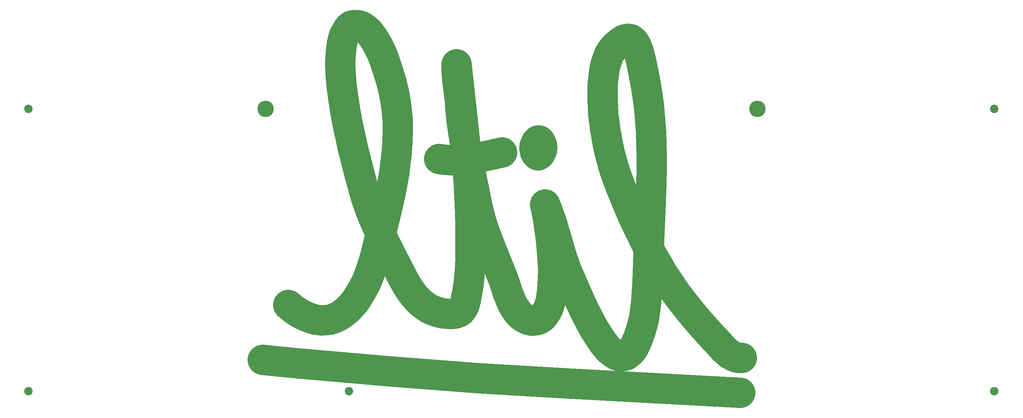
<source format=gbs>
%TF.GenerationSoftware,KiCad,Pcbnew,(6.0.0-0)*%
%TF.CreationDate,2022-04-10T14:45:36+02:00*%
%TF.ProjectId,litl_base_plate,6c69746c-5f62-4617-9365-5f706c617465,rev?*%
%TF.SameCoordinates,Original*%
%TF.FileFunction,Soldermask,Bot*%
%TF.FilePolarity,Negative*%
%FSLAX46Y46*%
G04 Gerber Fmt 4.6, Leading zero omitted, Abs format (unit mm)*
G04 Created by KiCad (PCBNEW (6.0.0-0)) date 2022-04-10 14:45:36*
%MOMM*%
%LPD*%
G01*
G04 APERTURE LIST*
%ADD10C,7.937499*%
%ADD11C,3.439614*%
%ADD12C,2.200000*%
%ADD13C,4.300000*%
G04 APERTURE END LIST*
D10*
X136027375Y-35015771D02*
X136027193Y-34372756D01*
X181104425Y-27026085D02*
X181326340Y-27052324D01*
X151976950Y-98561660D02*
X151677112Y-98155215D01*
X139697849Y-82352744D02*
X139649906Y-84621616D01*
X171990087Y-102949662D02*
X170795896Y-100750448D01*
X93159888Y-97760838D02*
X91915076Y-96769378D01*
X133990660Y-99116241D02*
X133459031Y-99078612D01*
D11*
X154170370Y-55456093D02*
X154182105Y-55240742D01*
X154182105Y-55240742D02*
X154202026Y-55028510D01*
X154202026Y-55028510D02*
X154265571Y-54614424D01*
X154265571Y-54614424D02*
X154359308Y-54215884D01*
X154359308Y-54215884D02*
X154481535Y-53834936D01*
X154481535Y-53834936D02*
X154630554Y-53473630D01*
X154630554Y-53473630D02*
X154804664Y-53134014D01*
X154804664Y-53134014D02*
X155002166Y-52818135D01*
X155002166Y-52818135D02*
X155221360Y-52528042D01*
X155221360Y-52528042D02*
X155338560Y-52393306D01*
X155338560Y-52393306D02*
X155460546Y-52265784D01*
X155460546Y-52265784D02*
X155587105Y-52145733D01*
X155587105Y-52145733D02*
X155718025Y-52033408D01*
X155718025Y-52033408D02*
X155853092Y-51929066D01*
X155853092Y-51929066D02*
X155992096Y-51832963D01*
X155992096Y-51832963D02*
X156134823Y-51745355D01*
X156134823Y-51745355D02*
X156281061Y-51666497D01*
X156281061Y-51666497D02*
X156430597Y-51596646D01*
X156430597Y-51596646D02*
X156583219Y-51536058D01*
X156583219Y-51536058D02*
X156738714Y-51484989D01*
X156738714Y-51484989D02*
X156896870Y-51443694D01*
X156896870Y-51443694D02*
X157057475Y-51412431D01*
X157057475Y-51412431D02*
X157220316Y-51391454D01*
X157220316Y-51391454D02*
X157385180Y-51381020D01*
X157385180Y-51381020D02*
X157551855Y-51381386D01*
X157551855Y-51381386D02*
X157718149Y-51392649D01*
X157718149Y-51392649D02*
X157881882Y-51414558D01*
X157881882Y-51414558D02*
X158042862Y-51446844D01*
X158042862Y-51446844D02*
X158200893Y-51489235D01*
X158200893Y-51489235D02*
X158355782Y-51541462D01*
X158355782Y-51541462D02*
X158507335Y-51603254D01*
X158507335Y-51603254D02*
X158655358Y-51674341D01*
X158655358Y-51674341D02*
X158799656Y-51754453D01*
X158799656Y-51754453D02*
X158940036Y-51843320D01*
X158940036Y-51843320D02*
X159076303Y-51940671D01*
X159076303Y-51940671D02*
X159208263Y-52046236D01*
X159208263Y-52046236D02*
X159335723Y-52159746D01*
X159335723Y-52159746D02*
X159458488Y-52280929D01*
X159458488Y-52280929D02*
X159576363Y-52409516D01*
X159576363Y-52409516D02*
X159689156Y-52545237D01*
X159689156Y-52545237D02*
X159796671Y-52687820D01*
X159796671Y-52687820D02*
X159898715Y-52836997D01*
X159898715Y-52836997D02*
X159995094Y-52992496D01*
X159995094Y-52992496D02*
X160085614Y-53154048D01*
X160085614Y-53154048D02*
X160170079Y-53321382D01*
X160170079Y-53321382D02*
X160248298Y-53494228D01*
X160248298Y-53494228D02*
X160320074Y-53672316D01*
X160320074Y-53672316D02*
X160385215Y-53855376D01*
X160385215Y-53855376D02*
X160443526Y-54043137D01*
X160443526Y-54043137D02*
X160494812Y-54235329D01*
X160494812Y-54235329D02*
X160538881Y-54431683D01*
X160538881Y-54431683D02*
X160575538Y-54631927D01*
X160575538Y-54631927D02*
X160604588Y-54835792D01*
X160604588Y-54835792D02*
X160625838Y-55043007D01*
X160625838Y-55043007D02*
X160639093Y-55253302D01*
X160639093Y-55253302D02*
X160644160Y-55466407D01*
X160644160Y-55466407D02*
X160640845Y-55682052D01*
X160640845Y-55682052D02*
X160629110Y-55897403D01*
X160629110Y-55897403D02*
X160609189Y-56109635D01*
X160609189Y-56109635D02*
X160545644Y-56523721D01*
X160545644Y-56523721D02*
X160451907Y-56922262D01*
X160451907Y-56922262D02*
X160329680Y-57303210D01*
X160329680Y-57303210D02*
X160180661Y-57664517D01*
X160180661Y-57664517D02*
X160006551Y-58004134D01*
X160006551Y-58004134D02*
X159809049Y-58320013D01*
X159809049Y-58320013D02*
X159589856Y-58610106D01*
X159589856Y-58610106D02*
X159472655Y-58744843D01*
X159472655Y-58744843D02*
X159350669Y-58872365D01*
X159350669Y-58872365D02*
X159224110Y-58992417D01*
X159224110Y-58992417D02*
X159093191Y-59104742D01*
X159093191Y-59104742D02*
X158958123Y-59209084D01*
X158958123Y-59209084D02*
X158819119Y-59305187D01*
X158819119Y-59305187D02*
X158676392Y-59392796D01*
X158676392Y-59392796D02*
X158530154Y-59471654D01*
X158530154Y-59471654D02*
X158380618Y-59541505D01*
X158380618Y-59541505D02*
X158227996Y-59602094D01*
X158227996Y-59602094D02*
X158072501Y-59653163D01*
X158072501Y-59653163D02*
X157914345Y-59694458D01*
X157914345Y-59694458D02*
X157753740Y-59725722D01*
X157753740Y-59725722D02*
X157590899Y-59746698D01*
X157590899Y-59746698D02*
X157426035Y-59757132D01*
X157426035Y-59757132D02*
X157259360Y-59756767D01*
X157259360Y-59756767D02*
X157093065Y-59745504D01*
X157093065Y-59745504D02*
X156929331Y-59723595D01*
X156929331Y-59723595D02*
X156768350Y-59691310D01*
X156768350Y-59691310D02*
X156610318Y-59648920D01*
X156610318Y-59648920D02*
X156455429Y-59596693D01*
X156455429Y-59596693D02*
X156303875Y-59534901D01*
X156303875Y-59534901D02*
X156155853Y-59463814D01*
X156155853Y-59463814D02*
X156011555Y-59383702D01*
X156011555Y-59383702D02*
X155871175Y-59294835D01*
X155871175Y-59294835D02*
X155734908Y-59197483D01*
X155734908Y-59197483D02*
X155602949Y-59091917D01*
X155602949Y-59091917D02*
X155475490Y-58978407D01*
X155475490Y-58978407D02*
X155352725Y-58857224D01*
X155352725Y-58857224D02*
X155234850Y-58728636D01*
X155234850Y-58728636D02*
X155122059Y-58592915D01*
X155122059Y-58592915D02*
X155014544Y-58450331D01*
X155014544Y-58450331D02*
X154912500Y-58301154D01*
X154912500Y-58301154D02*
X154816122Y-58145655D01*
X154816122Y-58145655D02*
X154725604Y-57984102D01*
X154725604Y-57984102D02*
X154641138Y-57816768D01*
X154641138Y-57816768D02*
X154562921Y-57643921D01*
X154562921Y-57643921D02*
X154491145Y-57465832D01*
X154491145Y-57465832D02*
X154426004Y-57282772D01*
X154426004Y-57282772D02*
X154367694Y-57095010D01*
X154367694Y-57095010D02*
X154316407Y-56902817D01*
X154316407Y-56902817D02*
X154272338Y-56706464D01*
X154272338Y-56706464D02*
X154235682Y-56506219D01*
X154235682Y-56506219D02*
X154206631Y-56302354D01*
X154206631Y-56302354D02*
X154185380Y-56095138D01*
X154185380Y-56095138D02*
X154172124Y-55884843D01*
X154172124Y-55884843D02*
X154167056Y-55671738D01*
X154167056Y-55671738D02*
X154170370Y-55456093D01*
X154170370Y-55456093D02*
X154170370Y-55456093D01*
G36*
X157551855Y-51381386D02*
G01*
X157718149Y-51392649D01*
X157881882Y-51414558D01*
X158042862Y-51446844D01*
X158200893Y-51489235D01*
X158355782Y-51541462D01*
X158507335Y-51603254D01*
X158655358Y-51674341D01*
X158799656Y-51754453D01*
X158940036Y-51843320D01*
X159076303Y-51940671D01*
X159208263Y-52046236D01*
X159335723Y-52159746D01*
X159458488Y-52280929D01*
X159576363Y-52409516D01*
X159689156Y-52545237D01*
X159796671Y-52687820D01*
X159898715Y-52836997D01*
X159995094Y-52992496D01*
X160085614Y-53154048D01*
X160170079Y-53321382D01*
X160248298Y-53494228D01*
X160320074Y-53672316D01*
X160385215Y-53855376D01*
X160443526Y-54043137D01*
X160494812Y-54235329D01*
X160538881Y-54431683D01*
X160575538Y-54631927D01*
X160604588Y-54835792D01*
X160625838Y-55043007D01*
X160639093Y-55253302D01*
X160644160Y-55466407D01*
X160640845Y-55682052D01*
X160629110Y-55897403D01*
X160609189Y-56109635D01*
X160545644Y-56523721D01*
X160451907Y-56922262D01*
X160329680Y-57303210D01*
X160180661Y-57664517D01*
X160006551Y-58004134D01*
X159809049Y-58320013D01*
X159589856Y-58610106D01*
X159472655Y-58744843D01*
X159350669Y-58872365D01*
X159224110Y-58992417D01*
X159093191Y-59104742D01*
X158958123Y-59209084D01*
X158819119Y-59305187D01*
X158676392Y-59392796D01*
X158530154Y-59471654D01*
X158380618Y-59541505D01*
X158227996Y-59602094D01*
X158072501Y-59653163D01*
X157914345Y-59694458D01*
X157753740Y-59725722D01*
X157590899Y-59746698D01*
X157426035Y-59757132D01*
X157259360Y-59756767D01*
X157093065Y-59745504D01*
X156929331Y-59723595D01*
X156768350Y-59691310D01*
X156610318Y-59648920D01*
X156455429Y-59596693D01*
X156303875Y-59534901D01*
X156155853Y-59463814D01*
X156011555Y-59383702D01*
X155871175Y-59294835D01*
X155734908Y-59197483D01*
X155602949Y-59091917D01*
X155475490Y-58978407D01*
X155352725Y-58857224D01*
X155234850Y-58728636D01*
X155122059Y-58592915D01*
X155014544Y-58450331D01*
X154912500Y-58301154D01*
X154816122Y-58145655D01*
X154725604Y-57984102D01*
X154641138Y-57816768D01*
X154562921Y-57643921D01*
X154491145Y-57465832D01*
X154426004Y-57282772D01*
X154367694Y-57095010D01*
X154316407Y-56902817D01*
X154272338Y-56706464D01*
X154235682Y-56506219D01*
X154206631Y-56302354D01*
X154185380Y-56095138D01*
X154172124Y-55884843D01*
X154167056Y-55671738D01*
X154170370Y-55456093D01*
X154182105Y-55240742D01*
X154202026Y-55028510D01*
X154265571Y-54614424D01*
X154359308Y-54215884D01*
X154481535Y-53834936D01*
X154630554Y-53473630D01*
X154804664Y-53134014D01*
X155002166Y-52818135D01*
X155221360Y-52528042D01*
X155338560Y-52393306D01*
X155460546Y-52265784D01*
X155587105Y-52145733D01*
X155718025Y-52033408D01*
X155853092Y-51929066D01*
X155992096Y-51832963D01*
X156134823Y-51745355D01*
X156281061Y-51666497D01*
X156430597Y-51596646D01*
X156583219Y-51536058D01*
X156738714Y-51484989D01*
X156896870Y-51443694D01*
X157057475Y-51412431D01*
X157220316Y-51391454D01*
X157385180Y-51381020D01*
X157551855Y-51381386D01*
G37*
X157551855Y-51381386D02*
X157718149Y-51392649D01*
X157881882Y-51414558D01*
X158042862Y-51446844D01*
X158200893Y-51489235D01*
X158355782Y-51541462D01*
X158507335Y-51603254D01*
X158655358Y-51674341D01*
X158799656Y-51754453D01*
X158940036Y-51843320D01*
X159076303Y-51940671D01*
X159208263Y-52046236D01*
X159335723Y-52159746D01*
X159458488Y-52280929D01*
X159576363Y-52409516D01*
X159689156Y-52545237D01*
X159796671Y-52687820D01*
X159898715Y-52836997D01*
X159995094Y-52992496D01*
X160085614Y-53154048D01*
X160170079Y-53321382D01*
X160248298Y-53494228D01*
X160320074Y-53672316D01*
X160385215Y-53855376D01*
X160443526Y-54043137D01*
X160494812Y-54235329D01*
X160538881Y-54431683D01*
X160575538Y-54631927D01*
X160604588Y-54835792D01*
X160625838Y-55043007D01*
X160639093Y-55253302D01*
X160644160Y-55466407D01*
X160640845Y-55682052D01*
X160629110Y-55897403D01*
X160609189Y-56109635D01*
X160545644Y-56523721D01*
X160451907Y-56922262D01*
X160329680Y-57303210D01*
X160180661Y-57664517D01*
X160006551Y-58004134D01*
X159809049Y-58320013D01*
X159589856Y-58610106D01*
X159472655Y-58744843D01*
X159350669Y-58872365D01*
X159224110Y-58992417D01*
X159093191Y-59104742D01*
X158958123Y-59209084D01*
X158819119Y-59305187D01*
X158676392Y-59392796D01*
X158530154Y-59471654D01*
X158380618Y-59541505D01*
X158227996Y-59602094D01*
X158072501Y-59653163D01*
X157914345Y-59694458D01*
X157753740Y-59725722D01*
X157590899Y-59746698D01*
X157426035Y-59757132D01*
X157259360Y-59756767D01*
X157093065Y-59745504D01*
X156929331Y-59723595D01*
X156768350Y-59691310D01*
X156610318Y-59648920D01*
X156455429Y-59596693D01*
X156303875Y-59534901D01*
X156155853Y-59463814D01*
X156011555Y-59383702D01*
X155871175Y-59294835D01*
X155734908Y-59197483D01*
X155602949Y-59091917D01*
X155475490Y-58978407D01*
X155352725Y-58857224D01*
X155234850Y-58728636D01*
X155122059Y-58592915D01*
X155014544Y-58450331D01*
X154912500Y-58301154D01*
X154816122Y-58145655D01*
X154725604Y-57984102D01*
X154641138Y-57816768D01*
X154562921Y-57643921D01*
X154491145Y-57465832D01*
X154426004Y-57282772D01*
X154367694Y-57095010D01*
X154316407Y-56902817D01*
X154272338Y-56706464D01*
X154235682Y-56506219D01*
X154206631Y-56302354D01*
X154185380Y-56095138D01*
X154172124Y-55884843D01*
X154167056Y-55671738D01*
X154170370Y-55456093D01*
X154182105Y-55240742D01*
X154202026Y-55028510D01*
X154265571Y-54614424D01*
X154359308Y-54215884D01*
X154481535Y-53834936D01*
X154630554Y-53473630D01*
X154804664Y-53134014D01*
X155002166Y-52818135D01*
X155221360Y-52528042D01*
X155338560Y-52393306D01*
X155460546Y-52265784D01*
X155587105Y-52145733D01*
X155718025Y-52033408D01*
X155853092Y-51929066D01*
X155992096Y-51832963D01*
X156134823Y-51745355D01*
X156281061Y-51666497D01*
X156430597Y-51596646D01*
X156583219Y-51536058D01*
X156738714Y-51484989D01*
X156896870Y-51443694D01*
X157057475Y-51412431D01*
X157220316Y-51391454D01*
X157385180Y-51381020D01*
X157551855Y-51381386D01*
D10*
X106296107Y-42318350D02*
X105906589Y-39126817D01*
X160176700Y-72884218D02*
X159731388Y-71709144D01*
X107290991Y-24793409D02*
X107780241Y-24164794D01*
X186053757Y-41941274D02*
X186452517Y-45106363D01*
X100845922Y-100828916D02*
X99855856Y-100763461D01*
X108339346Y-23650970D02*
X108339346Y-23650970D01*
X210347601Y-119830169D02*
X164934058Y-117345180D01*
X160437363Y-96580523D02*
X160088087Y-97589602D01*
X112434157Y-69007192D02*
X111985571Y-67546669D01*
X174930137Y-34379122D02*
X175032753Y-33928688D01*
X121980742Y-89736213D02*
X121980742Y-89736213D01*
X150625197Y-96366423D02*
X150181839Y-95417393D01*
X135139458Y-99114955D02*
X134845953Y-99132007D01*
X159731388Y-71709144D02*
X159250479Y-70546508D01*
X115097045Y-28155635D02*
X115836682Y-29593779D01*
X137933316Y-97138124D02*
X137735888Y-97536688D01*
X209454919Y-110548230D02*
X209245975Y-110493568D01*
X198239737Y-99657610D02*
X196952528Y-98105757D01*
X183891815Y-104741275D02*
X183442389Y-105927643D01*
X106806448Y-45612398D02*
X106296107Y-42318350D01*
X131997527Y-58630398D02*
X131728792Y-58589224D01*
X177132040Y-60376088D02*
X176592226Y-58481315D01*
X108211700Y-97266429D02*
X107526883Y-97959239D01*
X138297825Y-54664096D02*
X138807695Y-59898359D01*
X177155006Y-29440394D02*
X177508663Y-29050391D01*
X142483049Y-74797051D02*
X142104351Y-73486509D01*
X142104351Y-73486509D02*
X141755839Y-72156849D01*
X175286200Y-33007887D02*
X175439924Y-32542722D01*
X187159521Y-57973777D02*
X187141253Y-61440798D01*
X128767279Y-97671320D02*
X128354812Y-97431061D01*
X128354812Y-97431061D02*
X127951611Y-97173355D01*
X181705156Y-108965319D02*
X181091835Y-109558908D01*
X108864148Y-96519390D02*
X108211700Y-97266429D01*
X179024649Y-65878196D02*
X178350742Y-64080019D01*
X113997003Y-73301458D02*
X113443048Y-71883405D01*
X138805075Y-93519745D02*
X138596816Y-94674127D01*
X146445758Y-57131603D02*
X144952129Y-57455355D01*
X161183293Y-84471992D02*
X161310824Y-87406888D01*
X119517470Y-40606270D02*
X119517470Y-40606270D01*
X137375712Y-98062804D02*
X137236063Y-98217680D01*
X104457735Y-100068091D02*
X103606430Y-100399685D01*
X159669884Y-98486881D02*
X159178489Y-99260216D01*
X138490502Y-95220625D02*
X138376025Y-95743011D01*
X180375590Y-27114594D02*
X180629480Y-27056626D01*
X105574610Y-33241508D02*
X105674443Y-30642838D01*
X175808606Y-31615869D02*
X176026456Y-31159382D01*
X182882469Y-107160919D02*
X182302713Y-108169733D01*
X105906589Y-39126817D02*
X105659041Y-36085352D01*
X138986098Y-92439796D02*
X138805075Y-93519745D01*
X136956961Y-44283172D02*
X136956961Y-44283172D01*
X112054086Y-24320749D02*
X112530989Y-24714622D01*
X182784935Y-28180074D02*
X182934108Y-28426863D01*
X138896852Y-58645814D02*
X138137104Y-58732084D01*
X138376025Y-95743011D02*
X138248355Y-96238548D01*
X150181839Y-95417393D02*
X149789083Y-94464832D01*
X177893820Y-28681488D02*
X177893820Y-28681488D01*
X177893820Y-28681488D02*
X178251862Y-28372832D01*
X181326340Y-27052324D02*
X181538455Y-27105445D01*
X156395621Y-100871185D02*
X155901365Y-100881504D01*
X190993956Y-89930220D02*
X189892823Y-88181910D01*
X133697018Y-58780277D02*
X133121840Y-58746143D01*
X153718227Y-100195177D02*
X153336298Y-99931914D01*
X106809388Y-98591814D02*
X106058904Y-99158151D01*
X138692067Y-56897016D02*
X138126962Y-53728022D01*
X175032753Y-33928688D02*
X175150958Y-33470743D01*
X178595382Y-28097591D02*
X178924810Y-27855171D01*
X178924810Y-27855171D02*
X179240575Y-27644977D01*
X174271236Y-43020506D02*
X174268149Y-41132431D01*
X182302713Y-108169733D02*
X181705156Y-108965319D01*
X116468808Y-78867559D02*
X115188059Y-76103368D01*
X114705197Y-27478709D02*
X115097045Y-28155635D01*
X174954640Y-50744957D02*
X174688110Y-48799002D01*
X204944556Y-107135193D02*
X202232426Y-104202148D01*
X112116413Y-91234566D02*
X111156437Y-93109019D01*
X158609632Y-99897460D02*
X157959047Y-100386467D01*
X111059283Y-23731763D02*
X111563473Y-23991471D01*
X125712366Y-95269819D02*
X125028239Y-94503088D01*
X186977753Y-51481407D02*
X187110103Y-54708614D01*
X141883242Y-115961652D02*
X118802557Y-114236877D01*
X108339346Y-23650970D02*
X108909421Y-23488173D01*
X174539443Y-106856112D02*
X173243365Y-105014837D01*
X137735888Y-97536688D02*
X137624996Y-97721966D01*
X137632739Y-50563193D02*
X137234403Y-47411814D01*
X139672629Y-75644500D02*
X139708334Y-80091735D01*
X183442389Y-105927643D02*
X182882469Y-107160919D01*
X209883848Y-110624988D02*
X209667513Y-110592206D01*
X195696974Y-96536089D02*
X194478964Y-94949020D01*
X148307593Y-90056877D02*
X144240679Y-79904320D01*
X185719324Y-95966783D02*
X185571627Y-97253156D01*
X156395621Y-100871185D02*
X156395621Y-100871185D01*
X130977743Y-98605227D02*
X130515029Y-98454638D01*
X188821895Y-86402385D02*
X187781136Y-84595529D01*
X139229244Y-65138347D02*
X139528785Y-70386311D01*
X139708334Y-80091735D02*
X139697849Y-82352744D01*
X114772963Y-83729118D02*
X114772963Y-83729118D01*
X182629396Y-27955415D02*
X182784935Y-28180074D01*
X154971737Y-100745306D02*
X154535528Y-100604957D01*
X134825980Y-58817161D02*
X134268227Y-58802877D01*
X174841664Y-34819444D02*
X174930137Y-34379122D01*
X97769024Y-100283726D02*
X96671638Y-99857438D01*
X160591968Y-74070178D02*
X160176700Y-72884218D01*
X105659041Y-36085352D02*
X105574610Y-33241508D01*
X139385952Y-89131750D02*
X139142091Y-91347414D01*
X109466586Y-23419831D02*
X110010706Y-23440966D01*
X181741200Y-27184853D02*
X181935004Y-27289954D01*
X160088087Y-97589602D02*
X159669884Y-98486881D01*
X107780241Y-24164794D02*
X108339346Y-23650970D01*
X138596816Y-94674127D02*
X138490502Y-95220625D01*
X160647346Y-78815325D02*
X160950753Y-81575748D01*
X180872281Y-27027321D02*
X181104425Y-27026085D01*
X184061054Y-31545795D02*
X184277670Y-32432228D01*
X185392779Y-98532731D02*
X185178794Y-99803013D01*
X143319200Y-77372035D02*
X142888983Y-76091287D01*
X179826043Y-110185024D02*
X179177643Y-110240018D01*
X136749542Y-98616027D02*
X136562748Y-98725575D01*
X177719042Y-62244152D02*
X177132040Y-60376088D01*
X192125333Y-91643431D02*
X190993956Y-89930220D01*
X137234403Y-47411814D02*
X136956961Y-44283172D01*
X139142091Y-91347414D02*
X138986098Y-92439796D01*
X159178489Y-99260216D02*
X158609632Y-99897460D01*
X180629480Y-27056626D02*
X180872281Y-27027321D01*
X185937201Y-93383633D02*
X185719324Y-95966783D01*
X139656852Y-58538467D02*
X138896852Y-58645814D01*
X130062887Y-98285791D02*
X129621055Y-98098847D01*
X181091835Y-109558908D02*
X180464786Y-109961732D01*
X105275123Y-99652244D02*
X104457735Y-100068091D01*
X153336298Y-99931914D02*
X152971624Y-99633847D01*
X161713054Y-77677868D02*
X160982747Y-75265475D01*
X157959047Y-100386467D02*
X157222465Y-100715091D01*
X210788397Y-110634048D02*
X210556198Y-110651106D01*
X152292368Y-98945636D02*
X151976950Y-98561660D01*
X112530989Y-24714622D02*
X112994049Y-25168112D01*
X134534689Y-99134475D02*
X133990660Y-99116241D01*
X120645833Y-51326518D02*
X120565544Y-54062536D01*
X186759537Y-48283532D02*
X186977753Y-51481407D01*
X165253459Y-88586153D02*
X164765500Y-87390564D01*
X131728792Y-58589224D02*
X131467367Y-58542350D01*
X174268149Y-41132431D02*
X174337148Y-39272553D01*
X132431927Y-98945819D02*
X131935931Y-98850980D01*
X196952528Y-98105757D02*
X195696974Y-96536089D01*
X110073174Y-94886638D02*
X109484536Y-95724124D01*
X141440467Y-70805253D02*
X141161185Y-69428909D01*
X117813850Y-81603486D02*
X116468808Y-78867559D01*
X126426244Y-95971307D02*
X125712366Y-95269819D01*
X175613577Y-32077849D02*
X175808606Y-31615869D01*
X174701361Y-35659347D02*
X174841664Y-34819444D01*
X120062728Y-59563797D02*
X119666664Y-62318206D01*
X183077345Y-28695187D02*
X183215075Y-28984454D01*
X134534689Y-99134475D02*
X134534689Y-99134475D01*
X159964484Y-74090620D02*
X160647346Y-78815325D01*
X136362596Y-98822936D02*
X136148457Y-98907768D01*
X176026456Y-31159382D02*
X176268575Y-30710991D01*
X98830327Y-100583732D02*
X97769024Y-100283726D01*
X178350742Y-64080019D02*
X177719042Y-62244152D01*
X154117831Y-100420553D02*
X153718227Y-100195177D01*
X210556198Y-110651106D02*
X210328100Y-110654944D01*
X106215945Y-27308559D02*
X106511487Y-26371236D01*
X176102089Y-56565326D02*
X175664119Y-54633609D01*
X161310824Y-87406888D02*
X161299209Y-90283266D01*
X177194858Y-109507525D02*
X176528186Y-109001645D01*
X114281377Y-85510556D02*
X113676407Y-87387300D01*
X110010706Y-23440966D02*
X110541650Y-23546603D01*
X174337148Y-39272553D02*
X174480722Y-37446362D01*
X138807695Y-59898359D02*
X139229244Y-65138347D01*
X132939540Y-99021751D02*
X132431927Y-98945819D01*
X99855856Y-100763461D02*
X98830327Y-100583732D01*
X161114307Y-93003957D02*
X160946205Y-94275555D01*
X133121840Y-58746143D02*
X132552180Y-58697256D01*
X117693528Y-34224240D02*
X118188237Y-35740357D01*
X137236063Y-98217680D02*
X137085571Y-98361737D01*
X112955578Y-89311315D02*
X112116413Y-91234566D01*
X118651383Y-67807498D02*
X117426771Y-73234638D01*
X119191806Y-65067913D02*
X118651383Y-67807498D01*
X184286185Y-103533132D02*
X183891815Y-104741275D01*
X200885574Y-102706218D02*
X199552716Y-101191234D01*
X179240575Y-27644977D02*
X179543106Y-27466417D01*
X164934058Y-117345180D02*
X141883242Y-115961652D01*
X165783575Y-89772461D02*
X165253459Y-88586153D01*
X111563473Y-23991471D02*
X112054086Y-24320749D01*
X206164906Y-108419966D02*
X205541423Y-107773932D01*
X179832833Y-27318896D02*
X180110185Y-27201819D01*
X185571627Y-97253156D02*
X185392779Y-98532731D01*
X110541650Y-23546603D02*
X111059283Y-23731763D01*
X204944556Y-107135193D02*
X204944556Y-107135193D01*
X149141975Y-92647804D02*
X148307593Y-90056877D01*
X120366765Y-56810101D02*
X120062728Y-59563797D01*
X164314146Y-86187244D02*
X163893842Y-84977745D01*
X160982747Y-75265475D02*
X160591968Y-74070178D01*
X102290940Y-112814777D02*
X93554578Y-112007249D01*
X135415831Y-99083664D02*
X135139458Y-99114955D01*
X163124169Y-82546414D02*
X162412051Y-80108985D01*
X175664119Y-54633609D02*
X175280806Y-52691656D01*
X180536679Y-69622816D02*
X179024649Y-65878196D01*
X101800833Y-100786102D02*
X100845922Y-100828916D01*
X174343918Y-44931286D02*
X174271236Y-43020506D01*
X137085571Y-98361737D02*
X136923607Y-98494634D01*
X109484536Y-95724124D02*
X108864148Y-96519390D01*
X108909421Y-23488173D02*
X109466586Y-23419831D01*
X125028239Y-94503088D02*
X124371774Y-93672411D01*
X136562748Y-98725575D02*
X136362596Y-98822936D01*
X151122504Y-97287254D02*
X150625197Y-96366423D01*
X141934584Y-58120731D02*
X140416727Y-58413119D01*
X183347727Y-29294068D02*
X183475732Y-29623436D01*
X135919702Y-98979728D02*
X135675703Y-99038474D01*
X187141253Y-61440798D02*
X187074697Y-64910413D01*
X181935004Y-27289954D02*
X182120297Y-27420155D01*
X108850946Y-55634097D02*
X107416467Y-48961408D01*
X181538455Y-27105445D02*
X181741200Y-27184853D01*
X183215075Y-28984454D02*
X183347727Y-29294068D01*
X186257559Y-85730682D02*
X186078284Y-90803252D01*
X178521622Y-110137944D02*
X177860015Y-109890035D01*
X184925690Y-101061504D02*
X184629482Y-102305710D01*
X127171963Y-96606251D02*
X126426244Y-95971307D01*
X210104013Y-110646069D02*
X209883848Y-110624988D01*
X187781136Y-84595529D02*
X185789976Y-80915357D01*
X118802557Y-114236877D02*
X102290940Y-112814777D01*
X177508663Y-29050391D02*
X177893820Y-28681488D01*
X127951611Y-97173355D02*
X127171963Y-96606251D01*
X178251862Y-28372832D02*
X178595382Y-28097591D01*
X111985571Y-67546669D02*
X110430373Y-61955993D01*
X208444896Y-110178175D02*
X208252848Y-110077674D01*
X144240679Y-79904320D02*
X143319200Y-77372035D01*
X115188059Y-76103368D02*
X113997003Y-73301458D01*
X136148457Y-98907768D02*
X135919702Y-98979728D01*
X155426876Y-100838516D02*
X154971737Y-100745306D01*
X136956961Y-44283172D02*
X136845671Y-42997111D01*
X157222465Y-100715091D02*
X156395621Y-100871185D01*
X183919045Y-77172467D02*
X182168045Y-73397930D01*
X111156437Y-93109019D02*
X110073174Y-94886638D01*
X112921041Y-70452376D02*
X112434157Y-69007192D01*
X141161185Y-69428909D02*
X141161185Y-69428909D01*
X207162679Y-109331784D02*
X206820785Y-109040879D01*
X208252848Y-110077674D02*
X207877988Y-109854234D01*
X187074697Y-64910413D02*
X186839312Y-71853720D01*
X117426771Y-73234638D02*
X114772963Y-83729118D01*
X136351136Y-39000303D02*
X136198096Y-37656780D01*
X193286990Y-93317659D02*
X192125333Y-91643431D01*
X199552716Y-101191234D02*
X198239737Y-99657610D01*
X113676407Y-87387300D02*
X112955578Y-89311315D01*
X144952129Y-57455355D02*
X141934584Y-58120731D01*
X173243365Y-105014837D02*
X171990087Y-102949662D01*
X119666664Y-62318206D02*
X119191806Y-65067913D01*
X132552180Y-58697256D02*
X131997527Y-58630398D01*
X147925253Y-56846634D02*
X146445758Y-57131603D01*
X179543106Y-27466417D02*
X179832833Y-27318896D01*
X182120297Y-27420155D02*
X182297507Y-27574862D01*
X206820785Y-109040879D02*
X206488435Y-108735589D01*
X113443048Y-71883405D02*
X112921041Y-70452376D01*
X185789976Y-80915357D02*
X183919045Y-77172467D01*
X148307593Y-90056877D02*
X148307593Y-90056877D01*
X103606430Y-100399685D02*
X102720899Y-100641024D01*
X174480722Y-37446362D02*
X174701361Y-35659347D01*
X164765500Y-87390564D02*
X164314146Y-86187244D01*
X208640142Y-110270521D02*
X208444896Y-110178175D01*
X209040591Y-110428724D02*
X208838677Y-110354207D01*
X137377988Y-58794200D02*
X136619882Y-58829083D01*
X182297507Y-27574862D02*
X182467064Y-27753479D01*
X182168045Y-73397930D02*
X180536679Y-69622816D01*
X105979686Y-28336896D02*
X106215945Y-27308559D01*
X174688110Y-48799002D02*
X174483706Y-46859281D01*
X160950753Y-81575748D02*
X161183293Y-84471992D01*
X110430373Y-61955993D02*
X108850946Y-55634097D01*
X123740880Y-92779087D02*
X123133470Y-91824413D01*
X111985571Y-67546669D02*
X111985571Y-67546669D01*
X114298841Y-26836518D02*
X114705197Y-27478709D01*
X121980742Y-89736213D02*
X119197787Y-84320601D01*
X185560320Y-38779639D02*
X186053757Y-41941274D01*
X154535528Y-100604957D02*
X154117831Y-100420553D01*
X95537859Y-99298863D02*
X94367379Y-98601998D01*
X186839312Y-71853720D02*
X186257559Y-85730682D01*
X176831403Y-29848895D02*
X177155006Y-29440394D01*
X177860015Y-109890035D02*
X177194858Y-109507525D01*
X152623787Y-99304060D02*
X152292368Y-98945636D01*
X141755839Y-72156849D02*
X141440467Y-70805253D01*
X106868954Y-25530871D02*
X107290991Y-24793409D01*
X136047008Y-35666992D02*
X136027375Y-35015771D01*
X133459031Y-99078612D02*
X132939540Y-99021751D01*
X175198443Y-107664706D02*
X174539443Y-106856112D01*
X130515029Y-98454638D02*
X130062887Y-98285791D01*
X138248355Y-96238548D02*
X138102462Y-96704498D01*
X202232426Y-104202148D02*
X200885574Y-102706218D01*
X205541423Y-107773932D02*
X204944556Y-107135193D01*
X135863165Y-58833656D02*
X134825980Y-58817161D01*
X165783575Y-89772461D02*
X165783575Y-89772461D01*
X136198096Y-37656780D02*
X136083640Y-36325108D01*
X139528785Y-70386311D02*
X139672629Y-75644500D01*
X159250479Y-70546508D02*
X159250479Y-70546508D01*
X183599517Y-29971964D02*
X183836148Y-30724123D01*
X112994049Y-25168112D02*
X113443134Y-25676242D01*
X174701361Y-35659347D02*
X174701361Y-35659347D01*
X120043452Y-43241924D02*
X120398019Y-45910795D01*
X175150958Y-33470743D02*
X175286200Y-33007887D01*
X182467064Y-27753479D02*
X182629396Y-27955415D01*
X136083640Y-36325108D02*
X136047008Y-35666992D01*
X138126962Y-53728022D02*
X137632739Y-50563193D01*
X124371774Y-93672411D02*
X123740880Y-92779087D01*
X180464786Y-109961732D02*
X179826043Y-110185024D01*
X160946205Y-94275555D02*
X160721980Y-95471792D01*
X94367379Y-98601998D02*
X93159888Y-97760838D01*
X194478964Y-94949020D02*
X193286990Y-93317659D01*
X149443578Y-93533413D02*
X149141975Y-92647804D01*
X175439924Y-32542722D02*
X175613577Y-32077849D01*
X152971624Y-99633847D02*
X152623787Y-99304060D01*
X186257559Y-85730682D02*
X186257559Y-85730682D01*
X155901365Y-100881504D02*
X155426876Y-100838516D01*
X114772963Y-83729118D02*
X114281377Y-85510556D01*
X187159521Y-57973777D02*
X187159521Y-57973777D01*
X106511487Y-26371236D02*
X106868954Y-25530871D01*
X206488435Y-108735589D02*
X206164906Y-108419966D01*
X117135988Y-32667896D02*
X117693528Y-34224240D01*
X186078284Y-90803252D02*
X185937201Y-93383633D01*
X184969270Y-35612832D02*
X185560320Y-38779639D01*
X176528186Y-109001645D02*
X175862036Y-108383628D01*
X184277670Y-32432228D02*
X184969270Y-35612832D01*
X174483706Y-46859281D02*
X174343918Y-44931286D01*
X151677112Y-98155215D02*
X151392436Y-97729385D01*
X170795896Y-100750448D02*
X169677077Y-98507053D01*
X107416467Y-48961408D02*
X106806448Y-45612398D01*
X93554578Y-112007249D02*
X85261603Y-111164276D01*
X136845671Y-42997111D02*
X136694531Y-41680954D01*
X160721980Y-95471792D02*
X160437363Y-96580523D01*
X179024649Y-65878196D02*
X179024649Y-65878196D01*
X136694531Y-41680954D02*
X136351136Y-39000303D01*
X140416727Y-58413119D02*
X139656852Y-58538467D01*
X119517470Y-40606270D02*
X120043452Y-43241924D01*
X131935931Y-98850980D02*
X131451290Y-98737395D01*
X159407823Y-71075229D02*
X159964484Y-74090620D01*
X131451290Y-98737395D02*
X130977743Y-98605227D01*
X113878108Y-26234037D02*
X114298841Y-26836518D01*
X168649916Y-96309338D02*
X165783575Y-89772461D01*
X120565544Y-54062536D02*
X120366765Y-56810101D01*
X176536408Y-30273295D02*
X176831403Y-29848895D01*
X139649906Y-84621616D02*
X139550582Y-86885551D01*
X162412051Y-80108985D02*
X161713054Y-77677868D01*
X176592226Y-58481315D02*
X176102089Y-56565326D01*
X118802557Y-114236877D02*
X118802557Y-114236877D01*
X209245975Y-110493568D02*
X209040591Y-110428724D01*
X179177643Y-110240018D02*
X178521622Y-110137944D01*
X182934108Y-28426863D02*
X183077345Y-28695187D01*
X163893842Y-84977745D02*
X163124169Y-82546414D01*
X135863165Y-58833656D02*
X135863165Y-58833656D01*
X136048910Y-33739258D02*
X138297825Y-54664096D01*
X186452517Y-45106363D02*
X186759537Y-48283532D01*
X189892823Y-88181910D02*
X188821895Y-86402385D01*
X107526883Y-97959239D02*
X106809388Y-98591814D01*
X105674443Y-30642838D02*
X105979686Y-28336896D01*
X185178794Y-99803013D02*
X184925690Y-101061504D01*
X116516685Y-31111138D02*
X117135988Y-32667896D01*
X183475732Y-29623436D02*
X183599517Y-29971964D01*
X149789083Y-94464832D02*
X149443578Y-93533413D01*
X115836682Y-29593779D02*
X116516685Y-31111138D01*
X207877988Y-109854234D02*
X207514839Y-109604253D01*
X194478964Y-94949020D02*
X194478964Y-94949020D01*
X141161185Y-69428909D02*
X138692067Y-56897016D01*
X151392436Y-97729385D02*
X151122504Y-97287254D01*
X209667513Y-110592206D02*
X209454919Y-110548230D01*
X113443134Y-25676242D02*
X113878108Y-26234037D01*
X159250479Y-70546508D02*
X159262167Y-70451451D01*
X175280806Y-52691656D02*
X174954640Y-50744957D01*
X184629482Y-102305710D02*
X184286185Y-103533132D01*
X129189273Y-97893969D02*
X128767279Y-97671320D01*
X120398019Y-45910795D02*
X120594402Y-48607466D01*
X142888983Y-76091287D02*
X142483049Y-74797051D01*
X136027193Y-34372756D02*
X136048910Y-33739258D01*
X134268227Y-58802877D02*
X133697018Y-58780277D01*
X118984906Y-38492652D02*
X119517470Y-40606270D01*
X102720899Y-100641024D02*
X101800833Y-100786102D01*
X123133470Y-91824413D02*
X122547454Y-90809689D01*
X136923607Y-98494634D02*
X136749542Y-98616027D01*
X159262167Y-70451451D02*
X159407823Y-71075229D01*
X161299209Y-90283266D02*
X161114307Y-93003957D01*
X118188237Y-35740357D02*
X118984906Y-38492652D01*
X137505147Y-97897452D02*
X137375712Y-98062804D01*
X169677077Y-98507053D02*
X168649916Y-96309338D01*
X184277670Y-32432228D02*
X184277670Y-32432228D01*
X137624996Y-97721966D02*
X137505147Y-97897452D01*
X207514839Y-109604253D02*
X207162679Y-109331784D01*
X183836148Y-30724123D02*
X184061054Y-31545795D01*
X139672629Y-75644500D02*
X139672629Y-75644500D01*
X120594402Y-48607466D02*
X120645833Y-51326518D01*
X187110103Y-54708614D02*
X187159521Y-57973777D01*
X139550582Y-86885551D02*
X139385952Y-89131750D01*
X134845953Y-99132007D02*
X134534689Y-99134475D01*
X138102462Y-96704498D02*
X137933316Y-97138124D01*
X119197787Y-84320601D02*
X117813850Y-81603486D01*
X122547454Y-90809689D02*
X121980742Y-89736213D01*
X175862036Y-108383628D02*
X175198443Y-107664706D01*
X138805075Y-93519745D02*
X138805075Y-93519745D01*
X135675703Y-99038474D02*
X135415831Y-99083664D01*
X129621055Y-98098847D02*
X129189273Y-97893969D01*
X96671638Y-99857438D02*
X95537859Y-99298863D01*
X208838677Y-110354207D02*
X208640142Y-110270521D01*
X183442389Y-105927643D02*
X183442389Y-105927643D01*
X106058904Y-99158151D02*
X105275123Y-99652244D01*
X176268575Y-30710991D02*
X176536408Y-30273295D01*
X180110185Y-27201819D02*
X180375590Y-27114594D01*
X136048910Y-33739258D02*
X136048910Y-33739258D01*
X210328100Y-110654944D02*
X210104013Y-110646069D01*
X136619882Y-58829083D02*
X135863165Y-58833656D01*
X138137104Y-58732084D02*
X137377988Y-58794200D01*
D12*
X23875000Y-45362500D03*
X107854100Y-119375000D03*
X189720800Y-119375000D03*
D13*
X85950000Y-45362500D03*
D12*
X276950000Y-45362500D03*
X23875000Y-119375000D03*
D13*
X214875000Y-45362500D03*
D12*
X276950000Y-119375000D03*
M02*

</source>
